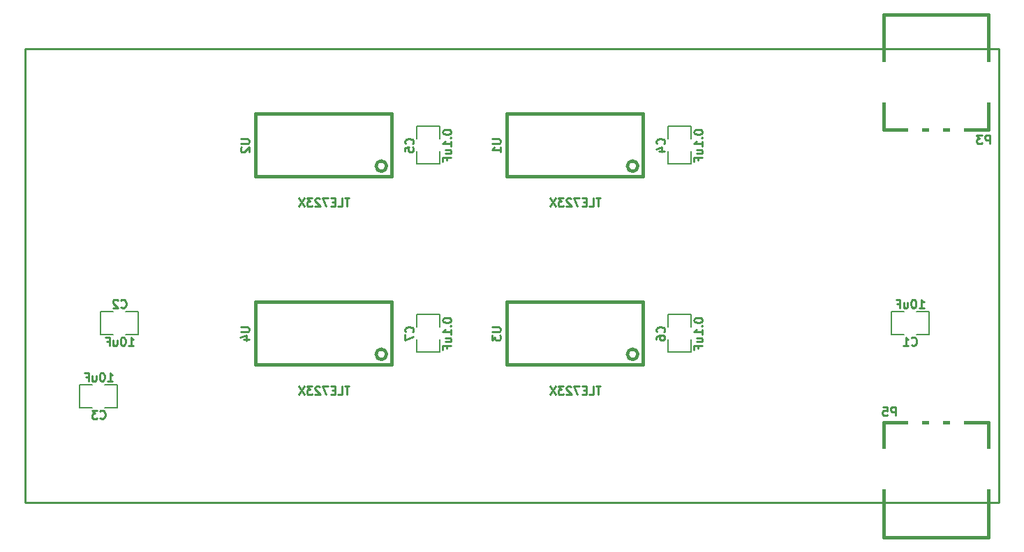
<source format=gbo>
G04 #@! TF.FileFunction,Legend,Bot*
%FSLAX46Y46*%
G04 Gerber Fmt 4.6, Leading zero omitted, Abs format (unit mm)*
G04 Created by KiCad (PCBNEW 0.201602231446+6579~42~ubuntu14.04.1-product) date Fri 26 Feb 2016 12:54:47 PM EST*
%MOMM*%
G01*
G04 APERTURE LIST*
%ADD10C,0.100000*%
%ADD11C,0.228600*%
%ADD12C,0.127000*%
%ADD13C,0.381000*%
%ADD14C,0.254000*%
%ADD15O,1.524000X2.032000*%
%ADD16R,2.540000X1.270000*%
%ADD17O,2.032000X1.524000*%
%ADD18O,1.524000X2.540000*%
%ADD19C,1.930400*%
%ADD20O,4.572000X3.556000*%
%ADD21O,4.064000X5.080000*%
%ADD22O,5.080000X3.556000*%
%ADD23R,1.270000X2.540000*%
%ADD24R,0.381000X1.270000*%
%ADD25O,5.080000X3.048000*%
%ADD26C,3.759200*%
%ADD27O,2.540000X1.524000*%
%ADD28O,1.651000X2.159000*%
%ADD29C,1.600200*%
%ADD30R,1.778000X4.191000*%
%ADD31R,2.997200X5.029200*%
G04 APERTURE END LIST*
D10*
D11*
X211455000Y-75311000D02*
X93345000Y-75311000D01*
X211455000Y-130429000D02*
X211455000Y-75311000D01*
X93345000Y-130429000D02*
X211455000Y-130429000D01*
X93345000Y-75311000D02*
X93345000Y-130429000D01*
D12*
X140843000Y-109093000D02*
X140843000Y-107569000D01*
X140843000Y-107569000D02*
X143637000Y-107569000D01*
X143637000Y-107569000D02*
X143637000Y-109093000D01*
X143637000Y-110617000D02*
X143637000Y-112141000D01*
X143637000Y-112141000D02*
X140843000Y-112141000D01*
X140843000Y-112141000D02*
X140843000Y-110617000D01*
X199898000Y-109982000D02*
X198374000Y-109982000D01*
X198374000Y-109982000D02*
X198374000Y-107188000D01*
X198374000Y-107188000D02*
X199898000Y-107188000D01*
X201422000Y-107188000D02*
X202946000Y-107188000D01*
X202946000Y-107188000D02*
X202946000Y-109982000D01*
X202946000Y-109982000D02*
X201422000Y-109982000D01*
X105537000Y-107188000D02*
X107061000Y-107188000D01*
X107061000Y-107188000D02*
X107061000Y-109982000D01*
X107061000Y-109982000D02*
X105537000Y-109982000D01*
X104013000Y-109982000D02*
X102489000Y-109982000D01*
X102489000Y-109982000D02*
X102489000Y-107188000D01*
X102489000Y-107188000D02*
X104013000Y-107188000D01*
X171323000Y-109093000D02*
X171323000Y-107569000D01*
X171323000Y-107569000D02*
X174117000Y-107569000D01*
X174117000Y-107569000D02*
X174117000Y-109093000D01*
X174117000Y-110617000D02*
X174117000Y-112141000D01*
X174117000Y-112141000D02*
X171323000Y-112141000D01*
X171323000Y-112141000D02*
X171323000Y-110617000D01*
D13*
X167640000Y-112395000D02*
G75*
G03X167640000Y-112395000I-635000J0D01*
G01*
X168275000Y-106045000D02*
X168275000Y-113665000D01*
X168275000Y-113665000D02*
X151765000Y-113665000D01*
X151765000Y-113665000D02*
X151765000Y-106045000D01*
X151765000Y-106045000D02*
X168275000Y-106045000D01*
X137160000Y-112395000D02*
G75*
G03X137160000Y-112395000I-635000J0D01*
G01*
X137795000Y-106045000D02*
X137795000Y-113665000D01*
X137795000Y-113665000D02*
X121285000Y-113665000D01*
X121285000Y-113665000D02*
X121285000Y-106045000D01*
X121285000Y-106045000D02*
X137795000Y-106045000D01*
X167640000Y-89535000D02*
G75*
G03X167640000Y-89535000I-635000J0D01*
G01*
X168275000Y-83185000D02*
X168275000Y-90805000D01*
X168275000Y-90805000D02*
X151765000Y-90805000D01*
X151765000Y-90805000D02*
X151765000Y-83185000D01*
X151765000Y-83185000D02*
X168275000Y-83185000D01*
X137160000Y-89535000D02*
G75*
G03X137160000Y-89535000I-635000J0D01*
G01*
X137795000Y-83185000D02*
X137795000Y-90805000D01*
X137795000Y-90805000D02*
X121285000Y-90805000D01*
X121285000Y-90805000D02*
X121285000Y-83185000D01*
X121285000Y-83185000D02*
X137795000Y-83185000D01*
X210185000Y-71120000D02*
X197485000Y-71120000D01*
X197485000Y-71120000D02*
X197485000Y-85090000D01*
X210185000Y-71120000D02*
X210185000Y-85090000D01*
X210185000Y-85090000D02*
X197485000Y-85090000D01*
X197485000Y-134620000D02*
X210185000Y-134620000D01*
X210185000Y-134620000D02*
X210185000Y-120650000D01*
X197485000Y-134620000D02*
X197485000Y-120650000D01*
X197485000Y-120650000D02*
X210185000Y-120650000D01*
D12*
X101473000Y-118872000D02*
X99949000Y-118872000D01*
X99949000Y-118872000D02*
X99949000Y-116078000D01*
X99949000Y-116078000D02*
X101473000Y-116078000D01*
X102997000Y-116078000D02*
X104521000Y-116078000D01*
X104521000Y-116078000D02*
X104521000Y-118872000D01*
X104521000Y-118872000D02*
X102997000Y-118872000D01*
X171323000Y-86233000D02*
X171323000Y-84709000D01*
X171323000Y-84709000D02*
X174117000Y-84709000D01*
X174117000Y-84709000D02*
X174117000Y-86233000D01*
X174117000Y-87757000D02*
X174117000Y-89281000D01*
X174117000Y-89281000D02*
X171323000Y-89281000D01*
X171323000Y-89281000D02*
X171323000Y-87757000D01*
X140843000Y-86233000D02*
X140843000Y-84709000D01*
X140843000Y-84709000D02*
X143637000Y-84709000D01*
X143637000Y-84709000D02*
X143637000Y-86233000D01*
X143637000Y-87757000D02*
X143637000Y-89281000D01*
X143637000Y-89281000D02*
X140843000Y-89281000D01*
X140843000Y-89281000D02*
X140843000Y-87757000D01*
D14*
X140316857Y-109685667D02*
X140365238Y-109637286D01*
X140413619Y-109492143D01*
X140413619Y-109395381D01*
X140365238Y-109250239D01*
X140268476Y-109153477D01*
X140171714Y-109105096D01*
X139978190Y-109056715D01*
X139833048Y-109056715D01*
X139639524Y-109105096D01*
X139542762Y-109153477D01*
X139446000Y-109250239D01*
X139397619Y-109395381D01*
X139397619Y-109492143D01*
X139446000Y-109637286D01*
X139494381Y-109685667D01*
X139397619Y-110024334D02*
X139397619Y-110701667D01*
X140413619Y-110266239D01*
X143969619Y-108185858D02*
X143969619Y-108282619D01*
X144018000Y-108379381D01*
X144066381Y-108427762D01*
X144163143Y-108476143D01*
X144356667Y-108524524D01*
X144598571Y-108524524D01*
X144792095Y-108476143D01*
X144888857Y-108427762D01*
X144937238Y-108379381D01*
X144985619Y-108282619D01*
X144985619Y-108185858D01*
X144937238Y-108089096D01*
X144888857Y-108040715D01*
X144792095Y-107992334D01*
X144598571Y-107943953D01*
X144356667Y-107943953D01*
X144163143Y-107992334D01*
X144066381Y-108040715D01*
X144018000Y-108089096D01*
X143969619Y-108185858D01*
X144888857Y-108959953D02*
X144937238Y-109008334D01*
X144985619Y-108959953D01*
X144937238Y-108911572D01*
X144888857Y-108959953D01*
X144985619Y-108959953D01*
X144985619Y-109975953D02*
X144985619Y-109395382D01*
X144985619Y-109685668D02*
X143969619Y-109685668D01*
X144114762Y-109588906D01*
X144211524Y-109492144D01*
X144259905Y-109395382D01*
X144308286Y-110846810D02*
X144985619Y-110846810D01*
X144308286Y-110411382D02*
X144840476Y-110411382D01*
X144937238Y-110459763D01*
X144985619Y-110556525D01*
X144985619Y-110701667D01*
X144937238Y-110798429D01*
X144888857Y-110846810D01*
X144453429Y-111669286D02*
X144453429Y-111330620D01*
X144985619Y-111330620D02*
X143969619Y-111330620D01*
X143969619Y-111814429D01*
X200829333Y-111233857D02*
X200877714Y-111282238D01*
X201022857Y-111330619D01*
X201119619Y-111330619D01*
X201264761Y-111282238D01*
X201361523Y-111185476D01*
X201409904Y-111088714D01*
X201458285Y-110895190D01*
X201458285Y-110750048D01*
X201409904Y-110556524D01*
X201361523Y-110459762D01*
X201264761Y-110363000D01*
X201119619Y-110314619D01*
X201022857Y-110314619D01*
X200877714Y-110363000D01*
X200829333Y-110411381D01*
X199861714Y-111330619D02*
X200442285Y-111330619D01*
X200151999Y-111330619D02*
X200151999Y-110314619D01*
X200248761Y-110459762D01*
X200345523Y-110556524D01*
X200442285Y-110604905D01*
X201748571Y-106758619D02*
X202329142Y-106758619D01*
X202038856Y-106758619D02*
X202038856Y-105742619D01*
X202135618Y-105887762D01*
X202232380Y-105984524D01*
X202329142Y-106032905D01*
X201119618Y-105742619D02*
X201022857Y-105742619D01*
X200926095Y-105791000D01*
X200877714Y-105839381D01*
X200829333Y-105936143D01*
X200780952Y-106129667D01*
X200780952Y-106371571D01*
X200829333Y-106565095D01*
X200877714Y-106661857D01*
X200926095Y-106710238D01*
X201022857Y-106758619D01*
X201119618Y-106758619D01*
X201216380Y-106710238D01*
X201264761Y-106661857D01*
X201313142Y-106565095D01*
X201361523Y-106371571D01*
X201361523Y-106129667D01*
X201313142Y-105936143D01*
X201264761Y-105839381D01*
X201216380Y-105791000D01*
X201119618Y-105742619D01*
X199910095Y-106081286D02*
X199910095Y-106758619D01*
X200345523Y-106081286D02*
X200345523Y-106613476D01*
X200297142Y-106710238D01*
X200200380Y-106758619D01*
X200055238Y-106758619D01*
X199958476Y-106710238D01*
X199910095Y-106661857D01*
X199087619Y-106226429D02*
X199426285Y-106226429D01*
X199426285Y-106758619D02*
X199426285Y-105742619D01*
X198942476Y-105742619D01*
X104944333Y-106661857D02*
X104992714Y-106710238D01*
X105137857Y-106758619D01*
X105234619Y-106758619D01*
X105379761Y-106710238D01*
X105476523Y-106613476D01*
X105524904Y-106516714D01*
X105573285Y-106323190D01*
X105573285Y-106178048D01*
X105524904Y-105984524D01*
X105476523Y-105887762D01*
X105379761Y-105791000D01*
X105234619Y-105742619D01*
X105137857Y-105742619D01*
X104992714Y-105791000D01*
X104944333Y-105839381D01*
X104557285Y-105839381D02*
X104508904Y-105791000D01*
X104412142Y-105742619D01*
X104170238Y-105742619D01*
X104073476Y-105791000D01*
X104025095Y-105839381D01*
X103976714Y-105936143D01*
X103976714Y-106032905D01*
X104025095Y-106178048D01*
X104605666Y-106758619D01*
X103976714Y-106758619D01*
X105863571Y-111330619D02*
X106444142Y-111330619D01*
X106153856Y-111330619D02*
X106153856Y-110314619D01*
X106250618Y-110459762D01*
X106347380Y-110556524D01*
X106444142Y-110604905D01*
X105234618Y-110314619D02*
X105137857Y-110314619D01*
X105041095Y-110363000D01*
X104992714Y-110411381D01*
X104944333Y-110508143D01*
X104895952Y-110701667D01*
X104895952Y-110943571D01*
X104944333Y-111137095D01*
X104992714Y-111233857D01*
X105041095Y-111282238D01*
X105137857Y-111330619D01*
X105234618Y-111330619D01*
X105331380Y-111282238D01*
X105379761Y-111233857D01*
X105428142Y-111137095D01*
X105476523Y-110943571D01*
X105476523Y-110701667D01*
X105428142Y-110508143D01*
X105379761Y-110411381D01*
X105331380Y-110363000D01*
X105234618Y-110314619D01*
X104025095Y-110653286D02*
X104025095Y-111330619D01*
X104460523Y-110653286D02*
X104460523Y-111185476D01*
X104412142Y-111282238D01*
X104315380Y-111330619D01*
X104170238Y-111330619D01*
X104073476Y-111282238D01*
X104025095Y-111233857D01*
X103202619Y-110798429D02*
X103541285Y-110798429D01*
X103541285Y-111330619D02*
X103541285Y-110314619D01*
X103057476Y-110314619D01*
X170796857Y-109685667D02*
X170845238Y-109637286D01*
X170893619Y-109492143D01*
X170893619Y-109395381D01*
X170845238Y-109250239D01*
X170748476Y-109153477D01*
X170651714Y-109105096D01*
X170458190Y-109056715D01*
X170313048Y-109056715D01*
X170119524Y-109105096D01*
X170022762Y-109153477D01*
X169926000Y-109250239D01*
X169877619Y-109395381D01*
X169877619Y-109492143D01*
X169926000Y-109637286D01*
X169974381Y-109685667D01*
X169877619Y-110556524D02*
X169877619Y-110363001D01*
X169926000Y-110266239D01*
X169974381Y-110217858D01*
X170119524Y-110121096D01*
X170313048Y-110072715D01*
X170700095Y-110072715D01*
X170796857Y-110121096D01*
X170845238Y-110169477D01*
X170893619Y-110266239D01*
X170893619Y-110459762D01*
X170845238Y-110556524D01*
X170796857Y-110604905D01*
X170700095Y-110653286D01*
X170458190Y-110653286D01*
X170361429Y-110604905D01*
X170313048Y-110556524D01*
X170264667Y-110459762D01*
X170264667Y-110266239D01*
X170313048Y-110169477D01*
X170361429Y-110121096D01*
X170458190Y-110072715D01*
X174449619Y-108185858D02*
X174449619Y-108282619D01*
X174498000Y-108379381D01*
X174546381Y-108427762D01*
X174643143Y-108476143D01*
X174836667Y-108524524D01*
X175078571Y-108524524D01*
X175272095Y-108476143D01*
X175368857Y-108427762D01*
X175417238Y-108379381D01*
X175465619Y-108282619D01*
X175465619Y-108185858D01*
X175417238Y-108089096D01*
X175368857Y-108040715D01*
X175272095Y-107992334D01*
X175078571Y-107943953D01*
X174836667Y-107943953D01*
X174643143Y-107992334D01*
X174546381Y-108040715D01*
X174498000Y-108089096D01*
X174449619Y-108185858D01*
X175368857Y-108959953D02*
X175417238Y-109008334D01*
X175465619Y-108959953D01*
X175417238Y-108911572D01*
X175368857Y-108959953D01*
X175465619Y-108959953D01*
X175465619Y-109975953D02*
X175465619Y-109395382D01*
X175465619Y-109685668D02*
X174449619Y-109685668D01*
X174594762Y-109588906D01*
X174691524Y-109492144D01*
X174739905Y-109395382D01*
X174788286Y-110846810D02*
X175465619Y-110846810D01*
X174788286Y-110411382D02*
X175320476Y-110411382D01*
X175417238Y-110459763D01*
X175465619Y-110556525D01*
X175465619Y-110701667D01*
X175417238Y-110798429D01*
X175368857Y-110846810D01*
X174933429Y-111669286D02*
X174933429Y-111330620D01*
X175465619Y-111330620D02*
X174449619Y-111330620D01*
X174449619Y-111814429D01*
X149938619Y-109080905D02*
X150761095Y-109080905D01*
X150857857Y-109129286D01*
X150906238Y-109177667D01*
X150954619Y-109274429D01*
X150954619Y-109467952D01*
X150906238Y-109564714D01*
X150857857Y-109613095D01*
X150761095Y-109661476D01*
X149938619Y-109661476D01*
X149938619Y-110048524D02*
X149938619Y-110677476D01*
X150325667Y-110338810D01*
X150325667Y-110483952D01*
X150374048Y-110580714D01*
X150422429Y-110629095D01*
X150519190Y-110677476D01*
X150761095Y-110677476D01*
X150857857Y-110629095D01*
X150906238Y-110580714D01*
X150954619Y-110483952D01*
X150954619Y-110193667D01*
X150906238Y-110096905D01*
X150857857Y-110048524D01*
X163116380Y-116283619D02*
X162535809Y-116283619D01*
X162826094Y-117299619D02*
X162826094Y-116283619D01*
X161713333Y-117299619D02*
X162197142Y-117299619D01*
X162197142Y-116283619D01*
X161374666Y-116767429D02*
X161036000Y-116767429D01*
X160890857Y-117299619D02*
X161374666Y-117299619D01*
X161374666Y-116283619D01*
X160890857Y-116283619D01*
X160552190Y-116283619D02*
X159874857Y-116283619D01*
X160310285Y-117299619D01*
X159536190Y-116380381D02*
X159487809Y-116332000D01*
X159391047Y-116283619D01*
X159149143Y-116283619D01*
X159052381Y-116332000D01*
X159004000Y-116380381D01*
X158955619Y-116477143D01*
X158955619Y-116573905D01*
X159004000Y-116719048D01*
X159584571Y-117299619D01*
X158955619Y-117299619D01*
X158616952Y-116283619D02*
X157988000Y-116283619D01*
X158326666Y-116670667D01*
X158181524Y-116670667D01*
X158084762Y-116719048D01*
X158036381Y-116767429D01*
X157988000Y-116864190D01*
X157988000Y-117106095D01*
X158036381Y-117202857D01*
X158084762Y-117251238D01*
X158181524Y-117299619D01*
X158471809Y-117299619D01*
X158568571Y-117251238D01*
X158616952Y-117202857D01*
X157649333Y-116283619D02*
X156972000Y-117299619D01*
X156972000Y-116283619D02*
X157649333Y-117299619D01*
X119458619Y-109080905D02*
X120281095Y-109080905D01*
X120377857Y-109129286D01*
X120426238Y-109177667D01*
X120474619Y-109274429D01*
X120474619Y-109467952D01*
X120426238Y-109564714D01*
X120377857Y-109613095D01*
X120281095Y-109661476D01*
X119458619Y-109661476D01*
X119797286Y-110580714D02*
X120474619Y-110580714D01*
X119410238Y-110338810D02*
X120135952Y-110096905D01*
X120135952Y-110725857D01*
X132636380Y-116283619D02*
X132055809Y-116283619D01*
X132346094Y-117299619D02*
X132346094Y-116283619D01*
X131233333Y-117299619D02*
X131717142Y-117299619D01*
X131717142Y-116283619D01*
X130894666Y-116767429D02*
X130556000Y-116767429D01*
X130410857Y-117299619D02*
X130894666Y-117299619D01*
X130894666Y-116283619D01*
X130410857Y-116283619D01*
X130072190Y-116283619D02*
X129394857Y-116283619D01*
X129830285Y-117299619D01*
X129056190Y-116380381D02*
X129007809Y-116332000D01*
X128911047Y-116283619D01*
X128669143Y-116283619D01*
X128572381Y-116332000D01*
X128524000Y-116380381D01*
X128475619Y-116477143D01*
X128475619Y-116573905D01*
X128524000Y-116719048D01*
X129104571Y-117299619D01*
X128475619Y-117299619D01*
X128136952Y-116283619D02*
X127508000Y-116283619D01*
X127846666Y-116670667D01*
X127701524Y-116670667D01*
X127604762Y-116719048D01*
X127556381Y-116767429D01*
X127508000Y-116864190D01*
X127508000Y-117106095D01*
X127556381Y-117202857D01*
X127604762Y-117251238D01*
X127701524Y-117299619D01*
X127991809Y-117299619D01*
X128088571Y-117251238D01*
X128136952Y-117202857D01*
X127169333Y-116283619D02*
X126492000Y-117299619D01*
X126492000Y-116283619D02*
X127169333Y-117299619D01*
X149938619Y-86220905D02*
X150761095Y-86220905D01*
X150857857Y-86269286D01*
X150906238Y-86317667D01*
X150954619Y-86414429D01*
X150954619Y-86607952D01*
X150906238Y-86704714D01*
X150857857Y-86753095D01*
X150761095Y-86801476D01*
X149938619Y-86801476D01*
X150954619Y-87817476D02*
X150954619Y-87236905D01*
X150954619Y-87527191D02*
X149938619Y-87527191D01*
X150083762Y-87430429D01*
X150180524Y-87333667D01*
X150228905Y-87236905D01*
X163116380Y-93423619D02*
X162535809Y-93423619D01*
X162826094Y-94439619D02*
X162826094Y-93423619D01*
X161713333Y-94439619D02*
X162197142Y-94439619D01*
X162197142Y-93423619D01*
X161374666Y-93907429D02*
X161036000Y-93907429D01*
X160890857Y-94439619D02*
X161374666Y-94439619D01*
X161374666Y-93423619D01*
X160890857Y-93423619D01*
X160552190Y-93423619D02*
X159874857Y-93423619D01*
X160310285Y-94439619D01*
X159536190Y-93520381D02*
X159487809Y-93472000D01*
X159391047Y-93423619D01*
X159149143Y-93423619D01*
X159052381Y-93472000D01*
X159004000Y-93520381D01*
X158955619Y-93617143D01*
X158955619Y-93713905D01*
X159004000Y-93859048D01*
X159584571Y-94439619D01*
X158955619Y-94439619D01*
X158616952Y-93423619D02*
X157988000Y-93423619D01*
X158326666Y-93810667D01*
X158181524Y-93810667D01*
X158084762Y-93859048D01*
X158036381Y-93907429D01*
X157988000Y-94004190D01*
X157988000Y-94246095D01*
X158036381Y-94342857D01*
X158084762Y-94391238D01*
X158181524Y-94439619D01*
X158471809Y-94439619D01*
X158568571Y-94391238D01*
X158616952Y-94342857D01*
X157649333Y-93423619D02*
X156972000Y-94439619D01*
X156972000Y-93423619D02*
X157649333Y-94439619D01*
X119458619Y-86220905D02*
X120281095Y-86220905D01*
X120377857Y-86269286D01*
X120426238Y-86317667D01*
X120474619Y-86414429D01*
X120474619Y-86607952D01*
X120426238Y-86704714D01*
X120377857Y-86753095D01*
X120281095Y-86801476D01*
X119458619Y-86801476D01*
X119555381Y-87236905D02*
X119507000Y-87285286D01*
X119458619Y-87382048D01*
X119458619Y-87623952D01*
X119507000Y-87720714D01*
X119555381Y-87769095D01*
X119652143Y-87817476D01*
X119748905Y-87817476D01*
X119894048Y-87769095D01*
X120474619Y-87188524D01*
X120474619Y-87817476D01*
X132636380Y-93423619D02*
X132055809Y-93423619D01*
X132346094Y-94439619D02*
X132346094Y-93423619D01*
X131233333Y-94439619D02*
X131717142Y-94439619D01*
X131717142Y-93423619D01*
X130894666Y-93907429D02*
X130556000Y-93907429D01*
X130410857Y-94439619D02*
X130894666Y-94439619D01*
X130894666Y-93423619D01*
X130410857Y-93423619D01*
X130072190Y-93423619D02*
X129394857Y-93423619D01*
X129830285Y-94439619D01*
X129056190Y-93520381D02*
X129007809Y-93472000D01*
X128911047Y-93423619D01*
X128669143Y-93423619D01*
X128572381Y-93472000D01*
X128524000Y-93520381D01*
X128475619Y-93617143D01*
X128475619Y-93713905D01*
X128524000Y-93859048D01*
X129104571Y-94439619D01*
X128475619Y-94439619D01*
X128136952Y-93423619D02*
X127508000Y-93423619D01*
X127846666Y-93810667D01*
X127701524Y-93810667D01*
X127604762Y-93859048D01*
X127556381Y-93907429D01*
X127508000Y-94004190D01*
X127508000Y-94246095D01*
X127556381Y-94342857D01*
X127604762Y-94391238D01*
X127701524Y-94439619D01*
X127991809Y-94439619D01*
X128088571Y-94391238D01*
X128136952Y-94342857D01*
X127169333Y-93423619D02*
X126492000Y-94439619D01*
X126492000Y-93423619D02*
X127169333Y-94439619D01*
X210299904Y-86819619D02*
X210299904Y-85803619D01*
X209912857Y-85803619D01*
X209816095Y-85852000D01*
X209767714Y-85900381D01*
X209719333Y-85997143D01*
X209719333Y-86142286D01*
X209767714Y-86239048D01*
X209816095Y-86287429D01*
X209912857Y-86335810D01*
X210299904Y-86335810D01*
X209380666Y-85803619D02*
X208751714Y-85803619D01*
X209090380Y-86190667D01*
X208945238Y-86190667D01*
X208848476Y-86239048D01*
X208800095Y-86287429D01*
X208751714Y-86384190D01*
X208751714Y-86626095D01*
X208800095Y-86722857D01*
X208848476Y-86771238D01*
X208945238Y-86819619D01*
X209235523Y-86819619D01*
X209332285Y-86771238D01*
X209380666Y-86722857D01*
X198869904Y-119839619D02*
X198869904Y-118823619D01*
X198482857Y-118823619D01*
X198386095Y-118872000D01*
X198337714Y-118920381D01*
X198289333Y-119017143D01*
X198289333Y-119162286D01*
X198337714Y-119259048D01*
X198386095Y-119307429D01*
X198482857Y-119355810D01*
X198869904Y-119355810D01*
X197370095Y-118823619D02*
X197853904Y-118823619D01*
X197902285Y-119307429D01*
X197853904Y-119259048D01*
X197757142Y-119210667D01*
X197515238Y-119210667D01*
X197418476Y-119259048D01*
X197370095Y-119307429D01*
X197321714Y-119404190D01*
X197321714Y-119646095D01*
X197370095Y-119742857D01*
X197418476Y-119791238D01*
X197515238Y-119839619D01*
X197757142Y-119839619D01*
X197853904Y-119791238D01*
X197902285Y-119742857D01*
X102404333Y-120123857D02*
X102452714Y-120172238D01*
X102597857Y-120220619D01*
X102694619Y-120220619D01*
X102839761Y-120172238D01*
X102936523Y-120075476D01*
X102984904Y-119978714D01*
X103033285Y-119785190D01*
X103033285Y-119640048D01*
X102984904Y-119446524D01*
X102936523Y-119349762D01*
X102839761Y-119253000D01*
X102694619Y-119204619D01*
X102597857Y-119204619D01*
X102452714Y-119253000D01*
X102404333Y-119301381D01*
X102065666Y-119204619D02*
X101436714Y-119204619D01*
X101775380Y-119591667D01*
X101630238Y-119591667D01*
X101533476Y-119640048D01*
X101485095Y-119688429D01*
X101436714Y-119785190D01*
X101436714Y-120027095D01*
X101485095Y-120123857D01*
X101533476Y-120172238D01*
X101630238Y-120220619D01*
X101920523Y-120220619D01*
X102017285Y-120172238D01*
X102065666Y-120123857D01*
X103323571Y-115648619D02*
X103904142Y-115648619D01*
X103613856Y-115648619D02*
X103613856Y-114632619D01*
X103710618Y-114777762D01*
X103807380Y-114874524D01*
X103904142Y-114922905D01*
X102694618Y-114632619D02*
X102597857Y-114632619D01*
X102501095Y-114681000D01*
X102452714Y-114729381D01*
X102404333Y-114826143D01*
X102355952Y-115019667D01*
X102355952Y-115261571D01*
X102404333Y-115455095D01*
X102452714Y-115551857D01*
X102501095Y-115600238D01*
X102597857Y-115648619D01*
X102694618Y-115648619D01*
X102791380Y-115600238D01*
X102839761Y-115551857D01*
X102888142Y-115455095D01*
X102936523Y-115261571D01*
X102936523Y-115019667D01*
X102888142Y-114826143D01*
X102839761Y-114729381D01*
X102791380Y-114681000D01*
X102694618Y-114632619D01*
X101485095Y-114971286D02*
X101485095Y-115648619D01*
X101920523Y-114971286D02*
X101920523Y-115503476D01*
X101872142Y-115600238D01*
X101775380Y-115648619D01*
X101630238Y-115648619D01*
X101533476Y-115600238D01*
X101485095Y-115551857D01*
X100662619Y-115116429D02*
X101001285Y-115116429D01*
X101001285Y-115648619D02*
X101001285Y-114632619D01*
X100517476Y-114632619D01*
X170796857Y-86825667D02*
X170845238Y-86777286D01*
X170893619Y-86632143D01*
X170893619Y-86535381D01*
X170845238Y-86390239D01*
X170748476Y-86293477D01*
X170651714Y-86245096D01*
X170458190Y-86196715D01*
X170313048Y-86196715D01*
X170119524Y-86245096D01*
X170022762Y-86293477D01*
X169926000Y-86390239D01*
X169877619Y-86535381D01*
X169877619Y-86632143D01*
X169926000Y-86777286D01*
X169974381Y-86825667D01*
X170216286Y-87696524D02*
X170893619Y-87696524D01*
X169829238Y-87454620D02*
X170554952Y-87212715D01*
X170554952Y-87841667D01*
X174449619Y-85325858D02*
X174449619Y-85422619D01*
X174498000Y-85519381D01*
X174546381Y-85567762D01*
X174643143Y-85616143D01*
X174836667Y-85664524D01*
X175078571Y-85664524D01*
X175272095Y-85616143D01*
X175368857Y-85567762D01*
X175417238Y-85519381D01*
X175465619Y-85422619D01*
X175465619Y-85325858D01*
X175417238Y-85229096D01*
X175368857Y-85180715D01*
X175272095Y-85132334D01*
X175078571Y-85083953D01*
X174836667Y-85083953D01*
X174643143Y-85132334D01*
X174546381Y-85180715D01*
X174498000Y-85229096D01*
X174449619Y-85325858D01*
X175368857Y-86099953D02*
X175417238Y-86148334D01*
X175465619Y-86099953D01*
X175417238Y-86051572D01*
X175368857Y-86099953D01*
X175465619Y-86099953D01*
X175465619Y-87115953D02*
X175465619Y-86535382D01*
X175465619Y-86825668D02*
X174449619Y-86825668D01*
X174594762Y-86728906D01*
X174691524Y-86632144D01*
X174739905Y-86535382D01*
X174788286Y-87986810D02*
X175465619Y-87986810D01*
X174788286Y-87551382D02*
X175320476Y-87551382D01*
X175417238Y-87599763D01*
X175465619Y-87696525D01*
X175465619Y-87841667D01*
X175417238Y-87938429D01*
X175368857Y-87986810D01*
X174933429Y-88809286D02*
X174933429Y-88470620D01*
X175465619Y-88470620D02*
X174449619Y-88470620D01*
X174449619Y-88954429D01*
X140316857Y-86825667D02*
X140365238Y-86777286D01*
X140413619Y-86632143D01*
X140413619Y-86535381D01*
X140365238Y-86390239D01*
X140268476Y-86293477D01*
X140171714Y-86245096D01*
X139978190Y-86196715D01*
X139833048Y-86196715D01*
X139639524Y-86245096D01*
X139542762Y-86293477D01*
X139446000Y-86390239D01*
X139397619Y-86535381D01*
X139397619Y-86632143D01*
X139446000Y-86777286D01*
X139494381Y-86825667D01*
X139397619Y-87744905D02*
X139397619Y-87261096D01*
X139881429Y-87212715D01*
X139833048Y-87261096D01*
X139784667Y-87357858D01*
X139784667Y-87599762D01*
X139833048Y-87696524D01*
X139881429Y-87744905D01*
X139978190Y-87793286D01*
X140220095Y-87793286D01*
X140316857Y-87744905D01*
X140365238Y-87696524D01*
X140413619Y-87599762D01*
X140413619Y-87357858D01*
X140365238Y-87261096D01*
X140316857Y-87212715D01*
X143969619Y-85325858D02*
X143969619Y-85422619D01*
X144018000Y-85519381D01*
X144066381Y-85567762D01*
X144163143Y-85616143D01*
X144356667Y-85664524D01*
X144598571Y-85664524D01*
X144792095Y-85616143D01*
X144888857Y-85567762D01*
X144937238Y-85519381D01*
X144985619Y-85422619D01*
X144985619Y-85325858D01*
X144937238Y-85229096D01*
X144888857Y-85180715D01*
X144792095Y-85132334D01*
X144598571Y-85083953D01*
X144356667Y-85083953D01*
X144163143Y-85132334D01*
X144066381Y-85180715D01*
X144018000Y-85229096D01*
X143969619Y-85325858D01*
X144888857Y-86099953D02*
X144937238Y-86148334D01*
X144985619Y-86099953D01*
X144937238Y-86051572D01*
X144888857Y-86099953D01*
X144985619Y-86099953D01*
X144985619Y-87115953D02*
X144985619Y-86535382D01*
X144985619Y-86825668D02*
X143969619Y-86825668D01*
X144114762Y-86728906D01*
X144211524Y-86632144D01*
X144259905Y-86535382D01*
X144308286Y-87986810D02*
X144985619Y-87986810D01*
X144308286Y-87551382D02*
X144840476Y-87551382D01*
X144937238Y-87599763D01*
X144985619Y-87696525D01*
X144985619Y-87841667D01*
X144937238Y-87938429D01*
X144888857Y-87986810D01*
X144453429Y-88809286D02*
X144453429Y-88470620D01*
X144985619Y-88470620D02*
X143969619Y-88470620D01*
X143969619Y-88954429D01*
%LPC*%
D15*
X120650000Y-123825000D03*
X120650000Y-118745000D03*
X123190000Y-123825000D03*
X123190000Y-118745000D03*
X125730000Y-123825000D03*
X125730000Y-118745000D03*
X128270000Y-123825000D03*
X128270000Y-118745000D03*
X130810000Y-123825000D03*
X130810000Y-118745000D03*
X133350000Y-123825000D03*
X133350000Y-118745000D03*
X135890000Y-123825000D03*
X135890000Y-118745000D03*
X138430000Y-123825000D03*
X138430000Y-118745000D03*
X151130000Y-123825000D03*
X151130000Y-118745000D03*
X153670000Y-123825000D03*
X153670000Y-118745000D03*
X156210000Y-123825000D03*
X156210000Y-118745000D03*
X158750000Y-123825000D03*
X158750000Y-118745000D03*
X161290000Y-123825000D03*
X161290000Y-118745000D03*
X163830000Y-123825000D03*
X163830000Y-118745000D03*
X166370000Y-123825000D03*
X166370000Y-118745000D03*
X168910000Y-123825000D03*
X168910000Y-118745000D03*
D16*
X142240000Y-108331000D03*
X142240000Y-111379000D03*
D15*
X120650000Y-100965000D03*
X120650000Y-95885000D03*
X123190000Y-100965000D03*
X123190000Y-95885000D03*
X125730000Y-100965000D03*
X125730000Y-95885000D03*
X128270000Y-100965000D03*
X128270000Y-95885000D03*
X130810000Y-100965000D03*
X130810000Y-95885000D03*
X133350000Y-100965000D03*
X133350000Y-95885000D03*
X135890000Y-100965000D03*
X135890000Y-95885000D03*
X138430000Y-100965000D03*
X138430000Y-95885000D03*
X151130000Y-100965000D03*
X151130000Y-95885000D03*
X153670000Y-100965000D03*
X153670000Y-95885000D03*
X156210000Y-100965000D03*
X156210000Y-95885000D03*
X158750000Y-100965000D03*
X158750000Y-95885000D03*
X161290000Y-100965000D03*
X161290000Y-95885000D03*
X163830000Y-100965000D03*
X163830000Y-95885000D03*
X166370000Y-100965000D03*
X166370000Y-95885000D03*
X168910000Y-100965000D03*
X168910000Y-95885000D03*
D17*
X204470000Y-93980000D03*
X199390000Y-93980000D03*
D18*
X103505000Y-113030000D03*
X100965000Y-113030000D03*
X106045000Y-113030000D03*
D19*
X208457800Y-102870000D03*
D20*
X204952600Y-102870000D03*
D21*
X199466200Y-102870000D03*
D22*
X206451200Y-98374200D03*
X206451200Y-107365800D03*
D23*
X199136000Y-108585000D03*
X202184000Y-108585000D03*
X106299000Y-108585000D03*
X103251000Y-108585000D03*
D16*
X172720000Y-108331000D03*
X172720000Y-111379000D03*
D24*
X160655000Y-114935000D03*
X161925000Y-114935000D03*
X163195000Y-114935000D03*
X164465000Y-114935000D03*
X165735000Y-114935000D03*
X167005000Y-114935000D03*
X159385000Y-114935000D03*
X158115000Y-114935000D03*
X156845000Y-114935000D03*
X155575000Y-114935000D03*
X154305000Y-114935000D03*
X153035000Y-114935000D03*
X153035000Y-104775000D03*
X154305000Y-104775000D03*
X155575000Y-104775000D03*
X156845000Y-104775000D03*
X158115000Y-104775000D03*
X159385000Y-104775000D03*
X160655000Y-104775000D03*
X161925000Y-104775000D03*
X163195000Y-104775000D03*
X164465000Y-104775000D03*
X165735000Y-104775000D03*
X167005000Y-104775000D03*
X130175000Y-114935000D03*
X131445000Y-114935000D03*
X132715000Y-114935000D03*
X133985000Y-114935000D03*
X135255000Y-114935000D03*
X136525000Y-114935000D03*
X128905000Y-114935000D03*
X127635000Y-114935000D03*
X126365000Y-114935000D03*
X125095000Y-114935000D03*
X123825000Y-114935000D03*
X122555000Y-114935000D03*
X122555000Y-104775000D03*
X123825000Y-104775000D03*
X125095000Y-104775000D03*
X126365000Y-104775000D03*
X127635000Y-104775000D03*
X128905000Y-104775000D03*
X130175000Y-104775000D03*
X131445000Y-104775000D03*
X132715000Y-104775000D03*
X133985000Y-104775000D03*
X135255000Y-104775000D03*
X136525000Y-104775000D03*
D25*
X99060000Y-107950000D03*
X99060000Y-97790000D03*
D17*
X105156000Y-102870000D03*
D15*
X107950000Y-102870000D03*
X107950000Y-100076000D03*
X107950000Y-105664000D03*
D24*
X160655000Y-92075000D03*
X161925000Y-92075000D03*
X163195000Y-92075000D03*
X164465000Y-92075000D03*
X165735000Y-92075000D03*
X167005000Y-92075000D03*
X159385000Y-92075000D03*
X158115000Y-92075000D03*
X156845000Y-92075000D03*
X155575000Y-92075000D03*
X154305000Y-92075000D03*
X153035000Y-92075000D03*
X153035000Y-81915000D03*
X154305000Y-81915000D03*
X155575000Y-81915000D03*
X156845000Y-81915000D03*
X158115000Y-81915000D03*
X159385000Y-81915000D03*
X160655000Y-81915000D03*
X161925000Y-81915000D03*
X163195000Y-81915000D03*
X164465000Y-81915000D03*
X165735000Y-81915000D03*
X167005000Y-81915000D03*
X130175000Y-92075000D03*
X131445000Y-92075000D03*
X132715000Y-92075000D03*
X133985000Y-92075000D03*
X135255000Y-92075000D03*
X136525000Y-92075000D03*
X128905000Y-92075000D03*
X127635000Y-92075000D03*
X126365000Y-92075000D03*
X125095000Y-92075000D03*
X123825000Y-92075000D03*
X122555000Y-92075000D03*
X122555000Y-81915000D03*
X123825000Y-81915000D03*
X125095000Y-81915000D03*
X126365000Y-81915000D03*
X127635000Y-81915000D03*
X128905000Y-81915000D03*
X130175000Y-81915000D03*
X131445000Y-81915000D03*
X132715000Y-81915000D03*
X133985000Y-81915000D03*
X135255000Y-81915000D03*
X136525000Y-81915000D03*
D26*
X111760000Y-127000000D03*
X113030000Y-78740000D03*
X194310000Y-127000000D03*
X187960000Y-78740000D03*
D18*
X125730000Y-127000000D03*
X128270000Y-127000000D03*
X130810000Y-127000000D03*
X133350000Y-127000000D03*
X135890000Y-127000000D03*
X138430000Y-127000000D03*
X140970000Y-127000000D03*
X143510000Y-127000000D03*
X148590000Y-127000000D03*
X151130000Y-127000000D03*
X153670000Y-127000000D03*
X156210000Y-127000000D03*
X158750000Y-127000000D03*
X161290000Y-127000000D03*
X163830000Y-127000000D03*
X166370000Y-127000000D03*
X171450000Y-127000000D03*
X173990000Y-127000000D03*
X176530000Y-127000000D03*
X179070000Y-127000000D03*
X181610000Y-127000000D03*
X184150000Y-127000000D03*
X186690000Y-127000000D03*
X189230000Y-127000000D03*
X116586000Y-78740000D03*
X119126000Y-78740000D03*
X121666000Y-78740000D03*
X124206000Y-78740000D03*
X126746000Y-78740000D03*
X129286000Y-78740000D03*
X131826000Y-78740000D03*
X134366000Y-78740000D03*
X136906000Y-78740000D03*
X139446000Y-78740000D03*
X143510000Y-78740000D03*
X161290000Y-78740000D03*
X158750000Y-78740000D03*
X156210000Y-78740000D03*
X153670000Y-78740000D03*
X151130000Y-78740000D03*
X148590000Y-78740000D03*
X146050000Y-78740000D03*
X166370000Y-78740000D03*
X168910000Y-78740000D03*
X171450000Y-78740000D03*
X173990000Y-78740000D03*
X176530000Y-78740000D03*
X179070000Y-78740000D03*
X181610000Y-78740000D03*
X184150000Y-78740000D03*
X191770000Y-78232000D03*
X194310000Y-78232000D03*
D27*
X191262000Y-81280000D03*
X194818000Y-81280000D03*
X191262000Y-83820000D03*
X194818000Y-83820000D03*
X191262000Y-86360000D03*
X194818000Y-86360000D03*
X191262000Y-88900000D03*
X194818000Y-88900000D03*
X191262000Y-91440000D03*
X194818000Y-91440000D03*
X191262000Y-93980000D03*
X194818000Y-93980000D03*
X191262000Y-96520000D03*
X194818000Y-96520000D03*
X191262000Y-99060000D03*
X194818000Y-99060000D03*
X191262000Y-101600000D03*
X194818000Y-101600000D03*
X191262000Y-104140000D03*
X194818000Y-104140000D03*
X191262000Y-106680000D03*
X194818000Y-106680000D03*
X191262000Y-109220000D03*
X194818000Y-109220000D03*
X191262000Y-111760000D03*
X194818000Y-111760000D03*
X191262000Y-114300000D03*
X194818000Y-114300000D03*
X191262000Y-116840000D03*
X194818000Y-116840000D03*
X191262000Y-119380000D03*
X194818000Y-119380000D03*
X191262000Y-121920000D03*
X194818000Y-121920000D03*
D28*
X200660000Y-113385600D03*
X205740000Y-113385600D03*
D29*
X99695000Y-90170000D03*
X99695000Y-80264000D03*
D30*
X206375000Y-86106000D03*
X203835000Y-86106000D03*
X201295000Y-86106000D03*
D29*
X208788000Y-82931000D03*
X198882000Y-82931000D03*
D31*
X209829400Y-79375000D03*
X197840600Y-79375000D03*
D29*
X205359000Y-80137000D03*
X205359000Y-90043000D03*
D30*
X201295000Y-119634000D03*
X203835000Y-119634000D03*
X206375000Y-119634000D03*
D29*
X198882000Y-122809000D03*
X208788000Y-122809000D03*
D31*
X197840600Y-126365000D03*
X209829400Y-126365000D03*
D29*
X207518000Y-124079000D03*
X200152000Y-124079000D03*
D23*
X100711000Y-117475000D03*
X103759000Y-117475000D03*
D16*
X172720000Y-85471000D03*
X172720000Y-88519000D03*
X142240000Y-85471000D03*
X142240000Y-88519000D03*
M02*

</source>
